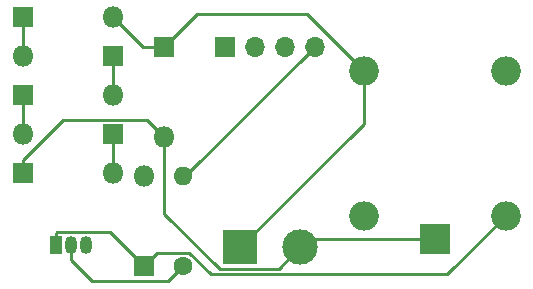
<source format=gbr>
%TF.GenerationSoftware,KiCad,Pcbnew,(5.1.6)-1*%
%TF.CreationDate,2021-01-10T14:46:50+01:00*%
%TF.ProjectId,shutOffRelay,73687574-4f66-4665-9265-6c61792e6b69,rev?*%
%TF.SameCoordinates,Original*%
%TF.FileFunction,Copper,L2,Bot*%
%TF.FilePolarity,Positive*%
%FSLAX46Y46*%
G04 Gerber Fmt 4.6, Leading zero omitted, Abs format (unit mm)*
G04 Created by KiCad (PCBNEW (5.1.6)-1) date 2021-01-10 14:46:50*
%MOMM*%
%LPD*%
G01*
G04 APERTURE LIST*
%TA.AperFunction,ComponentPad*%
%ADD10R,1.800000X1.800000*%
%TD*%
%TA.AperFunction,ComponentPad*%
%ADD11O,1.800000X1.800000*%
%TD*%
%TA.AperFunction,ComponentPad*%
%ADD12R,1.700000X1.700000*%
%TD*%
%TA.AperFunction,ComponentPad*%
%ADD13O,1.700000X1.700000*%
%TD*%
%TA.AperFunction,ComponentPad*%
%ADD14R,3.000000X3.000000*%
%TD*%
%TA.AperFunction,ComponentPad*%
%ADD15C,3.000000*%
%TD*%
%TA.AperFunction,ComponentPad*%
%ADD16R,2.500000X2.500000*%
%TD*%
%TA.AperFunction,ComponentPad*%
%ADD17O,2.500000X2.500000*%
%TD*%
%TA.AperFunction,ComponentPad*%
%ADD18O,1.050000X1.500000*%
%TD*%
%TA.AperFunction,ComponentPad*%
%ADD19R,1.050000X1.500000*%
%TD*%
%TA.AperFunction,ComponentPad*%
%ADD20C,1.600000*%
%TD*%
%TA.AperFunction,ComponentPad*%
%ADD21O,1.600000X1.600000*%
%TD*%
%TA.AperFunction,Conductor*%
%ADD22C,0.250000*%
%TD*%
G04 APERTURE END LIST*
D10*
%TO.P,D1,1*%
%TO.N,Net-(D1-Pad1)*%
X111810800Y-122682000D03*
D11*
%TO.P,D1,2*%
%TO.N,+5V*%
X111810800Y-115062000D03*
%TD*%
D10*
%TO.P,D2,1*%
%TO.N,Net-(D2-Pad1)*%
X101600000Y-101600000D03*
D11*
%TO.P,D2,2*%
%TO.N,Net-(D2-Pad2)*%
X109220000Y-101600000D03*
%TD*%
%TO.P,D3,2*%
%TO.N,Net-(D2-Pad1)*%
X101600000Y-104902000D03*
D10*
%TO.P,D3,1*%
%TO.N,Net-(D3-Pad1)*%
X109220000Y-104902000D03*
%TD*%
%TO.P,D4,1*%
%TO.N,Net-(D4-Pad1)*%
X101600000Y-108204000D03*
D11*
%TO.P,D4,2*%
%TO.N,Net-(D3-Pad1)*%
X109220000Y-108204000D03*
%TD*%
%TO.P,D5,2*%
%TO.N,Net-(D4-Pad1)*%
X101600000Y-111506000D03*
D10*
%TO.P,D5,1*%
%TO.N,Net-(D5-Pad1)*%
X109220000Y-111506000D03*
%TD*%
%TO.P,D6,1*%
%TO.N,Net-(D6-Pad1)*%
X101600000Y-114808000D03*
D11*
%TO.P,D6,2*%
%TO.N,Net-(D5-Pad1)*%
X109220000Y-114808000D03*
%TD*%
%TO.P,D7,2*%
%TO.N,Net-(D6-Pad1)*%
X113538000Y-111760000D03*
D10*
%TO.P,D7,1*%
%TO.N,Net-(D2-Pad2)*%
X113538000Y-104140000D03*
%TD*%
D12*
%TO.P,J1,1*%
%TO.N,GND*%
X118670000Y-104100000D03*
D13*
%TO.P,J1,2*%
%TO.N,+5V*%
X121210000Y-104100000D03*
%TO.P,J1,3*%
%TO.N,Net-(J1-Pad3)*%
X123750000Y-104100000D03*
%TO.P,J1,4*%
%TO.N,Net-(J1-Pad4)*%
X126290000Y-104100000D03*
%TD*%
D14*
%TO.P,J2,1*%
%TO.N,Net-(D2-Pad2)*%
X119970000Y-121100000D03*
D15*
%TO.P,J2,2*%
%TO.N,Net-(D6-Pad1)*%
X125050000Y-121100000D03*
%TD*%
D16*
%TO.P,K1,1*%
%TO.N,Net-(D6-Pad1)*%
X136450000Y-120400000D03*
D17*
%TO.P,K1,2*%
%TO.N,Net-(D1-Pad1)*%
X142450000Y-118400000D03*
%TO.P,K1,3*%
%TO.N,Net-(K1-Pad3)*%
X142450000Y-106200000D03*
%TO.P,K1,4*%
%TO.N,Net-(D2-Pad2)*%
X130450000Y-106200000D03*
%TO.P,K1,5*%
%TO.N,+5V*%
X130450000Y-118400000D03*
%TD*%
D18*
%TO.P,Q1,2*%
%TO.N,Net-(Q1-Pad2)*%
X105664000Y-120904000D03*
%TO.P,Q1,3*%
%TO.N,GND*%
X106934000Y-120904000D03*
D19*
%TO.P,Q1,1*%
%TO.N,Net-(D1-Pad1)*%
X104394000Y-120904000D03*
%TD*%
D20*
%TO.P,R1,1*%
%TO.N,Net-(Q1-Pad2)*%
X115112800Y-122682000D03*
D21*
%TO.P,R1,2*%
%TO.N,Net-(J1-Pad4)*%
X115112800Y-115062000D03*
%TD*%
D22*
%TO.N,Net-(D1-Pad1)*%
X108957790Y-119828990D02*
X111810800Y-122682000D01*
X104469010Y-119828990D02*
X108957790Y-119828990D01*
X104394000Y-119904000D02*
X104469010Y-119828990D01*
X104394000Y-120904000D02*
X104394000Y-119904000D01*
X115652801Y-121556999D02*
X112935801Y-121556999D01*
X112935801Y-121556999D02*
X111810800Y-122682000D01*
X117470812Y-123375010D02*
X115652801Y-121556999D01*
X137474990Y-123375010D02*
X117470812Y-123375010D01*
X142450000Y-118400000D02*
X137474990Y-123375010D01*
%TO.N,Net-(D2-Pad1)*%
X101600000Y-101600000D02*
X101600000Y-104902000D01*
%TO.N,Net-(D2-Pad2)*%
X111760000Y-104140000D02*
X109220000Y-101600000D01*
X113538000Y-104140000D02*
X111760000Y-104140000D01*
X113538000Y-104140000D02*
X116332000Y-101346000D01*
X125596000Y-101346000D02*
X130450000Y-106200000D01*
X116332000Y-101346000D02*
X125596000Y-101346000D01*
X130450000Y-110620000D02*
X119970000Y-121100000D01*
X130450000Y-106200000D02*
X130450000Y-110620000D01*
%TO.N,Net-(D3-Pad1)*%
X109220000Y-104902000D02*
X109220000Y-108204000D01*
%TO.N,Net-(D4-Pad1)*%
X101600000Y-108204000D02*
X101600000Y-111506000D01*
%TO.N,Net-(D5-Pad1)*%
X109220000Y-114808000D02*
X109220000Y-111506000D01*
%TO.N,Net-(D6-Pad1)*%
X112058999Y-110280999D02*
X113538000Y-111760000D01*
X104977001Y-110280999D02*
X112058999Y-110280999D01*
X101600000Y-113658000D02*
X104977001Y-110280999D01*
X101600000Y-114808000D02*
X101600000Y-113658000D01*
X125750000Y-120400000D02*
X125050000Y-121100000D01*
X136450000Y-120400000D02*
X125750000Y-120400000D01*
X113538000Y-118253002D02*
X113538000Y-111760000D01*
X118209999Y-122925001D02*
X113538000Y-118253002D01*
X123224999Y-122925001D02*
X118209999Y-122925001D01*
X125050000Y-121100000D02*
X123224999Y-122925001D01*
%TO.N,Net-(J1-Pad4)*%
X115328000Y-115062000D02*
X115112800Y-115062000D01*
X126290000Y-104100000D02*
X115328000Y-115062000D01*
%TO.N,Net-(Q1-Pad2)*%
X113887799Y-123907001D02*
X107447801Y-123907001D01*
X115112800Y-122682000D02*
X113887799Y-123907001D01*
X105664000Y-122123200D02*
X105664000Y-120904000D01*
X107447801Y-123907001D02*
X105664000Y-122123200D01*
%TD*%
M02*

</source>
